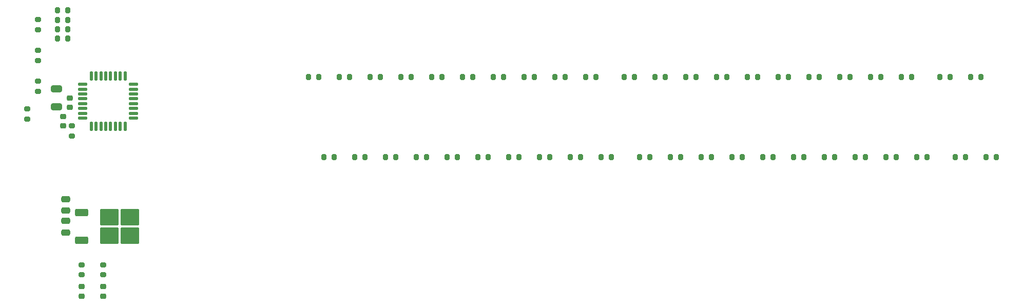
<source format=gbr>
%TF.GenerationSoftware,KiCad,Pcbnew,7.0.2-0*%
%TF.CreationDate,2023-05-12T21:43:59+02:00*%
%TF.ProjectId,main,6d61696e-2e6b-4696-9361-645f70636258,v.1.2.0*%
%TF.SameCoordinates,Original*%
%TF.FileFunction,Paste,Top*%
%TF.FilePolarity,Positive*%
%FSLAX46Y46*%
G04 Gerber Fmt 4.6, Leading zero omitted, Abs format (unit mm)*
G04 Created by KiCad (PCBNEW 7.0.2-0) date 2023-05-12 21:43:59*
%MOMM*%
%LPD*%
G01*
G04 APERTURE LIST*
G04 Aperture macros list*
%AMRoundRect*
0 Rectangle with rounded corners*
0 $1 Rounding radius*
0 $2 $3 $4 $5 $6 $7 $8 $9 X,Y pos of 4 corners*
0 Add a 4 corners polygon primitive as box body*
4,1,4,$2,$3,$4,$5,$6,$7,$8,$9,$2,$3,0*
0 Add four circle primitives for the rounded corners*
1,1,$1+$1,$2,$3*
1,1,$1+$1,$4,$5*
1,1,$1+$1,$6,$7*
1,1,$1+$1,$8,$9*
0 Add four rect primitives between the rounded corners*
20,1,$1+$1,$2,$3,$4,$5,0*
20,1,$1+$1,$4,$5,$6,$7,0*
20,1,$1+$1,$6,$7,$8,$9,0*
20,1,$1+$1,$8,$9,$2,$3,0*%
G04 Aperture macros list end*
%ADD10RoundRect,0.200000X0.275000X-0.200000X0.275000X0.200000X-0.275000X0.200000X-0.275000X-0.200000X0*%
%ADD11RoundRect,0.200000X0.200000X0.275000X-0.200000X0.275000X-0.200000X-0.275000X0.200000X-0.275000X0*%
%ADD12RoundRect,0.200000X-0.275000X0.200000X-0.275000X-0.200000X0.275000X-0.200000X0.275000X0.200000X0*%
%ADD13RoundRect,0.218750X0.256250X-0.218750X0.256250X0.218750X-0.256250X0.218750X-0.256250X-0.218750X0*%
%ADD14RoundRect,0.225000X-0.250000X0.225000X-0.250000X-0.225000X0.250000X-0.225000X0.250000X0.225000X0*%
%ADD15RoundRect,0.125000X-0.625000X-0.125000X0.625000X-0.125000X0.625000X0.125000X-0.625000X0.125000X0*%
%ADD16RoundRect,0.125000X-0.125000X-0.625000X0.125000X-0.625000X0.125000X0.625000X-0.125000X0.625000X0*%
%ADD17RoundRect,0.250000X-0.475000X0.250000X-0.475000X-0.250000X0.475000X-0.250000X0.475000X0.250000X0*%
%ADD18RoundRect,0.250000X0.475000X-0.250000X0.475000X0.250000X-0.475000X0.250000X-0.475000X-0.250000X0*%
%ADD19RoundRect,0.250000X0.650000X-0.325000X0.650000X0.325000X-0.650000X0.325000X-0.650000X-0.325000X0*%
%ADD20RoundRect,0.250000X-0.850000X-0.350000X0.850000X-0.350000X0.850000X0.350000X-0.850000X0.350000X0*%
%ADD21RoundRect,0.250000X-1.275000X-1.125000X1.275000X-1.125000X1.275000X1.125000X-1.275000X1.125000X0*%
G04 APERTURE END LIST*
D10*
%TO.C,R11*%
X42950000Y-85660000D03*
X42950000Y-84010000D03*
%TD*%
D11*
%TO.C,R38*%
X183959000Y-89154000D03*
X182309000Y-89154000D03*
%TD*%
D12*
%TO.C,R4*%
X37338000Y-66485000D03*
X37338000Y-68135000D03*
%TD*%
D11*
%TO.C,R30*%
X145859000Y-75946000D03*
X144209000Y-75946000D03*
%TD*%
%TO.C,R15*%
X129349000Y-75946000D03*
X127699000Y-75946000D03*
%TD*%
%TO.C,R35*%
X83629000Y-75946000D03*
X81979000Y-75946000D03*
%TD*%
%TO.C,R52*%
X153479000Y-89154000D03*
X151829000Y-89154000D03*
%TD*%
%TO.C,R33*%
X88709000Y-75946000D03*
X87059000Y-75946000D03*
%TD*%
%TO.C,R39*%
X131889000Y-89154000D03*
X130239000Y-89154000D03*
%TD*%
%TO.C,R27*%
X103949000Y-75946000D03*
X102299000Y-75946000D03*
%TD*%
%TO.C,R14*%
X181419000Y-75946000D03*
X179769000Y-75946000D03*
%TD*%
D13*
%TO.C,D1*%
X44558000Y-112087500D03*
X44558000Y-110512500D03*
%TD*%
D11*
%TO.C,R45*%
X121729000Y-89154000D03*
X120079000Y-89154000D03*
%TD*%
D14*
%TO.C,C6*%
X41450000Y-82460000D03*
X41450000Y-84010000D03*
%TD*%
D11*
%TO.C,R21*%
X119189000Y-75946000D03*
X117539000Y-75946000D03*
%TD*%
%TO.C,R32*%
X140779000Y-75946000D03*
X139129000Y-75946000D03*
%TD*%
%TO.C,R34*%
X135699000Y-75946000D03*
X134049000Y-75946000D03*
%TD*%
%TO.C,R42*%
X178879000Y-89154000D03*
X177229000Y-89154000D03*
%TD*%
%TO.C,R54*%
X148399000Y-89154000D03*
X146749000Y-89154000D03*
%TD*%
%TO.C,R29*%
X98869000Y-75946000D03*
X97219000Y-75946000D03*
%TD*%
%TO.C,R20*%
X171259000Y-75946000D03*
X169609000Y-75946000D03*
%TD*%
%TO.C,R46*%
X168719000Y-89154000D03*
X167069000Y-89154000D03*
%TD*%
%TO.C,R19*%
X124269000Y-75946000D03*
X122619000Y-75946000D03*
%TD*%
D15*
%TO.C,U3*%
X44725000Y-77160000D03*
X44725000Y-77960000D03*
X44725000Y-78760000D03*
X44725000Y-79560000D03*
X44725000Y-80360000D03*
X44725000Y-81160000D03*
X44725000Y-81960000D03*
X44725000Y-82760000D03*
D16*
X46100000Y-84135000D03*
X46900000Y-84135000D03*
X47700000Y-84135000D03*
X48500000Y-84135000D03*
X49300000Y-84135000D03*
X50100000Y-84135000D03*
X50900000Y-84135000D03*
X51700000Y-84135000D03*
D15*
X53075000Y-82760000D03*
X53075000Y-81960000D03*
X53075000Y-81160000D03*
X53075000Y-80360000D03*
X53075000Y-79560000D03*
X53075000Y-78760000D03*
X53075000Y-77960000D03*
X53075000Y-77160000D03*
D16*
X51700000Y-75785000D03*
X50900000Y-75785000D03*
X50100000Y-75785000D03*
X49300000Y-75785000D03*
X48500000Y-75785000D03*
X47700000Y-75785000D03*
X46900000Y-75785000D03*
X46100000Y-75785000D03*
%TD*%
D12*
%TO.C,R3*%
X37338000Y-71565000D03*
X37338000Y-73215000D03*
%TD*%
D11*
%TO.C,R44*%
X173799000Y-89154000D03*
X172149000Y-89154000D03*
%TD*%
%TO.C,R37*%
X195389000Y-89154000D03*
X193739000Y-89154000D03*
%TD*%
%TO.C,R25*%
X109029000Y-75946000D03*
X107379000Y-75946000D03*
%TD*%
%TO.C,R9*%
X42227000Y-64960000D03*
X40577000Y-64960000D03*
%TD*%
%TO.C,R57*%
X91249000Y-89154000D03*
X89599000Y-89154000D03*
%TD*%
D17*
%TO.C,C5*%
X41910000Y-96078000D03*
X41910000Y-97978000D03*
%TD*%
D12*
%TO.C,R2*%
X37338000Y-76645000D03*
X37338000Y-78295000D03*
%TD*%
%TO.C,R8*%
X44558000Y-106919000D03*
X44558000Y-108569000D03*
%TD*%
D11*
%TO.C,R23*%
X114109000Y-75946000D03*
X112459000Y-75946000D03*
%TD*%
%TO.C,R53*%
X101409000Y-89154000D03*
X99759000Y-89154000D03*
%TD*%
%TO.C,R13*%
X192849000Y-75946000D03*
X191199000Y-75946000D03*
%TD*%
%TO.C,R28*%
X150939000Y-75946000D03*
X149289000Y-75946000D03*
%TD*%
%TO.C,R5*%
X42227000Y-66548000D03*
X40577000Y-66548000D03*
%TD*%
%TO.C,R18*%
X176339000Y-75946000D03*
X174689000Y-75946000D03*
%TD*%
%TO.C,R48*%
X163639000Y-89154000D03*
X161989000Y-89154000D03*
%TD*%
%TO.C,R59*%
X86169000Y-89154000D03*
X84519000Y-89154000D03*
%TD*%
D18*
%TO.C,C2*%
X41910000Y-101600000D03*
X41910000Y-99700000D03*
%TD*%
D14*
%TO.C,C8*%
X42544000Y-79435000D03*
X42544000Y-80985000D03*
%TD*%
D19*
%TO.C,C7*%
X40335200Y-80850000D03*
X40335200Y-77900000D03*
%TD*%
D11*
%TO.C,R58*%
X138239000Y-89154000D03*
X136589000Y-89154000D03*
%TD*%
D13*
%TO.C,D2*%
X48114000Y-112087500D03*
X48114000Y-110512500D03*
%TD*%
D11*
%TO.C,R6*%
X42227000Y-68072000D03*
X40577000Y-68072000D03*
%TD*%
%TO.C,R56*%
X143319000Y-89154000D03*
X141669000Y-89154000D03*
%TD*%
%TO.C,R55*%
X96329000Y-89154000D03*
X94679000Y-89154000D03*
%TD*%
%TO.C,R51*%
X106489000Y-89154000D03*
X104839000Y-89154000D03*
%TD*%
%TO.C,R31*%
X93789000Y-75946000D03*
X92139000Y-75946000D03*
%TD*%
%TO.C,R49*%
X111569000Y-89154000D03*
X109919000Y-89154000D03*
%TD*%
%TO.C,R43*%
X126809000Y-89154000D03*
X125159000Y-89154000D03*
%TD*%
%TO.C,R47*%
X116649000Y-89154000D03*
X114999000Y-89154000D03*
%TD*%
%TO.C,R26*%
X156019000Y-75946000D03*
X154369000Y-75946000D03*
%TD*%
%TO.C,R36*%
X190309000Y-89154000D03*
X188659000Y-89154000D03*
%TD*%
%TO.C,R50*%
X158559000Y-89154000D03*
X156909000Y-89154000D03*
%TD*%
%TO.C,R12*%
X187769000Y-75946000D03*
X186119000Y-75946000D03*
%TD*%
D12*
%TO.C,R10*%
X48114000Y-106919000D03*
X48114000Y-108569000D03*
%TD*%
D11*
%TO.C,R24*%
X161099000Y-75946000D03*
X159449000Y-75946000D03*
%TD*%
%TO.C,R7*%
X42227000Y-69596000D03*
X40577000Y-69596000D03*
%TD*%
%TO.C,R22*%
X166179000Y-75946000D03*
X164529000Y-75946000D03*
%TD*%
D20*
%TO.C,U2*%
X44500000Y-98305000D03*
D21*
X49125000Y-99060000D03*
X49125000Y-102110000D03*
X52475000Y-99060000D03*
X52475000Y-102110000D03*
D20*
X44500000Y-102865000D03*
%TD*%
D10*
%TO.C,R1*%
X35550000Y-82885000D03*
X35550000Y-81235000D03*
%TD*%
M02*

</source>
